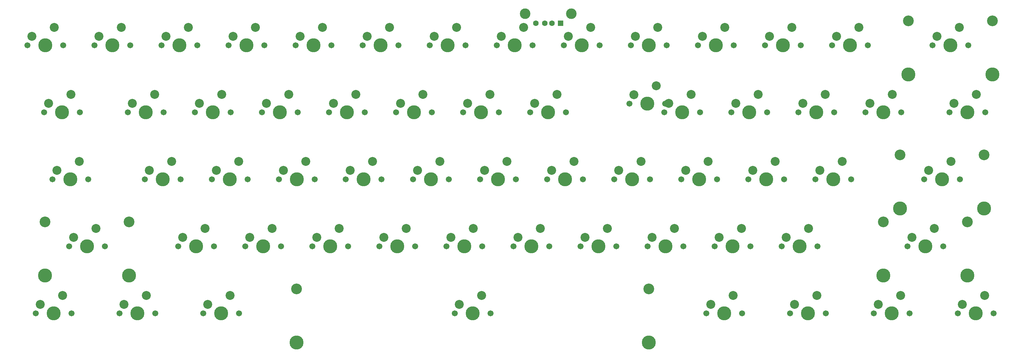
<source format=gts>
G04 #@! TF.GenerationSoftware,KiCad,Pcbnew,(6.0.6)*
G04 #@! TF.CreationDate,2022-07-10T20:54:54+03:00*
G04 #@! TF.ProjectId,Keyboard-60,4b657962-6f61-4726-942d-3630252e6b69,rev?*
G04 #@! TF.SameCoordinates,Original*
G04 #@! TF.FileFunction,Soldermask,Top*
G04 #@! TF.FilePolarity,Negative*
%FSLAX46Y46*%
G04 Gerber Fmt 4.6, Leading zero omitted, Abs format (unit mm)*
G04 Created by KiCad (PCBNEW (6.0.6)) date 2022-07-10 20:54:54*
%MOMM*%
%LPD*%
G01*
G04 APERTURE LIST*
%ADD10R,1.600000X1.500000*%
%ADD11C,1.600000*%
%ADD12C,3.000000*%
%ADD13C,2.540000*%
%ADD14C,3.987800*%
%ADD15C,1.701800*%
%ADD16C,3.048000*%
G04 APERTURE END LIST*
D10*
X199238750Y-64002250D03*
D11*
X196738750Y-64002250D03*
X194738750Y-64002250D03*
X192238750Y-64002250D03*
D12*
X189168750Y-61292250D03*
X202308750Y-61292250D03*
D13*
X149034500Y-124872750D03*
X155384500Y-122332750D03*
D14*
X152844500Y-127412750D03*
D15*
X157924500Y-127412750D03*
X147764500Y-127412750D03*
D13*
X313340750Y-143922750D03*
X319690750Y-141382750D03*
D15*
X322230750Y-146462750D03*
D14*
X317150750Y-146462750D03*
D15*
X312070750Y-146462750D03*
D13*
X215709500Y-105822750D03*
X222059500Y-103282750D03*
D15*
X214439500Y-108362750D03*
D14*
X219519500Y-108362750D03*
D15*
X224599500Y-108362750D03*
D13*
X201422000Y-67722750D03*
X207772000Y-65182750D03*
D15*
X210312000Y-70262750D03*
D14*
X205232000Y-70262750D03*
D15*
X200152000Y-70262750D03*
D13*
X91884500Y-124872750D03*
X98234500Y-122332750D03*
D14*
X95694500Y-127412750D03*
D15*
X90614500Y-127412750D03*
X100774500Y-127412750D03*
D13*
X239522000Y-67722750D03*
X245872000Y-65182750D03*
D14*
X243332000Y-70262750D03*
D15*
X248412000Y-70262750D03*
X238252000Y-70262750D03*
D13*
X172847000Y-86741000D03*
X179197000Y-84201000D03*
D15*
X181737000Y-89281000D03*
X171577000Y-89281000D03*
D14*
X176657000Y-89281000D03*
D13*
X234759500Y-105822750D03*
X241109500Y-103282750D03*
D15*
X233489500Y-108362750D03*
X243649500Y-108362750D03*
D14*
X238569500Y-108362750D03*
D13*
X82359500Y-105822750D03*
X88709500Y-103282750D03*
D14*
X86169500Y-108362750D03*
D15*
X81089500Y-108362750D03*
X91249500Y-108362750D03*
D13*
X134747000Y-86772750D03*
X141097000Y-84232750D03*
D14*
X138557000Y-89312750D03*
D15*
X133477000Y-89312750D03*
X143637000Y-89312750D03*
D13*
X144272000Y-67722750D03*
X150622000Y-65182750D03*
D15*
X153162000Y-70262750D03*
X143002000Y-70262750D03*
D14*
X148082000Y-70262750D03*
D13*
X220472000Y-67722750D03*
X226822000Y-65182750D03*
D15*
X219202000Y-70262750D03*
X229362000Y-70262750D03*
D14*
X224282000Y-70262750D03*
D13*
X299053250Y-124872750D03*
X305403250Y-122332750D03*
D14*
X302863250Y-127412750D03*
X290925250Y-135667750D03*
D15*
X297783250Y-127412750D03*
D16*
X314801250Y-120427750D03*
D15*
X307943250Y-127412750D03*
D16*
X290925250Y-120427750D03*
D14*
X314801250Y-135667750D03*
D13*
X191897000Y-86772750D03*
X198247000Y-84232750D03*
D15*
X190627000Y-89312750D03*
D14*
X195707000Y-89312750D03*
D15*
X200787000Y-89312750D03*
D13*
X129984500Y-124872750D03*
X136334500Y-122332750D03*
D15*
X128714500Y-127412750D03*
D14*
X133794500Y-127412750D03*
D15*
X138874500Y-127412750D03*
D13*
X310959500Y-86772750D03*
X317309500Y-84232750D03*
D15*
X309689500Y-89312750D03*
X319849500Y-89312750D03*
D14*
X314769500Y-89312750D03*
D13*
X106172000Y-67722750D03*
X112522000Y-65182750D03*
D15*
X115062000Y-70262750D03*
D14*
X109982000Y-70262750D03*
D15*
X104902000Y-70262750D03*
D13*
X51403250Y-143922750D03*
X57753250Y-141382750D03*
D15*
X60293250Y-146462750D03*
D14*
X55213250Y-146462750D03*
D15*
X50133250Y-146462750D03*
D13*
X120459500Y-105822750D03*
X126809500Y-103282750D03*
D14*
X124269500Y-108362750D03*
D15*
X119189500Y-108362750D03*
X129349500Y-108362750D03*
D13*
X68072000Y-67722750D03*
X74422000Y-65182750D03*
D15*
X76962000Y-70262750D03*
X66802000Y-70262750D03*
D14*
X71882000Y-70262750D03*
D13*
X241903250Y-143922750D03*
X248253250Y-141382750D03*
D15*
X250793250Y-146462750D03*
X240633250Y-146462750D03*
D14*
X245713250Y-146462750D03*
D15*
X218820000Y-86850000D03*
D14*
X223900000Y-86850000D03*
D15*
X228980000Y-86850000D03*
D13*
X226440000Y-81770000D03*
X220090000Y-84310000D03*
X287147000Y-86772750D03*
X293497000Y-84232750D03*
D15*
X285877000Y-89312750D03*
X296037000Y-89312750D03*
D14*
X290957000Y-89312750D03*
D13*
X125222000Y-67722750D03*
X131572000Y-65182750D03*
D15*
X134112000Y-70262750D03*
X123952000Y-70262750D03*
D14*
X129032000Y-70262750D03*
D13*
X244284500Y-124872750D03*
X250634500Y-122332750D03*
D15*
X243014500Y-127412750D03*
D14*
X248094500Y-127412750D03*
D15*
X253174500Y-127412750D03*
X152527000Y-89312750D03*
D14*
X157607000Y-89312750D03*
D15*
X162687000Y-89312750D03*
D13*
X160147000Y-84232750D03*
X153797000Y-86772750D03*
X289528250Y-143922750D03*
X295878250Y-141382750D03*
D15*
X288258250Y-146462750D03*
D14*
X293338250Y-146462750D03*
D15*
X298418250Y-146462750D03*
D13*
X53784500Y-86772750D03*
X60134500Y-84232750D03*
D14*
X57594500Y-89312750D03*
D15*
X62674500Y-89312750D03*
X52514500Y-89312750D03*
D13*
X75215750Y-143922750D03*
X81565750Y-141382750D03*
D15*
X84105750Y-146462750D03*
X73945750Y-146462750D03*
D14*
X79025750Y-146462750D03*
X162369500Y-108362750D03*
D15*
X167449500Y-108362750D03*
X157289500Y-108362750D03*
D13*
X164909500Y-103282750D03*
X158559500Y-105822750D03*
X277622000Y-67722750D03*
X283972000Y-65182750D03*
D15*
X286512000Y-70262750D03*
D14*
X281432000Y-70262750D03*
D15*
X276352000Y-70262750D03*
D13*
X87122000Y-67722750D03*
X93472000Y-65182750D03*
D15*
X85852000Y-70262750D03*
X96012000Y-70262750D03*
D14*
X90932000Y-70262750D03*
D13*
X306197000Y-67722750D03*
X312547000Y-65182750D03*
D14*
X298069000Y-78517750D03*
X310007000Y-70262750D03*
D16*
X321945000Y-63277750D03*
D14*
X321945000Y-78517750D03*
D15*
X304927000Y-70262750D03*
X315087000Y-70262750D03*
D16*
X298069000Y-63277750D03*
D13*
X265715750Y-143922750D03*
X272065750Y-141382750D03*
D15*
X274605750Y-146462750D03*
X264445750Y-146462750D03*
D14*
X269525750Y-146462750D03*
D13*
X187134500Y-124872750D03*
X193484500Y-122332750D03*
D15*
X196024500Y-127412750D03*
D14*
X190944500Y-127412750D03*
D15*
X185864500Y-127412750D03*
D13*
X206184500Y-124872750D03*
X212534500Y-122332750D03*
D15*
X204914500Y-127412750D03*
X215074500Y-127412750D03*
D14*
X209994500Y-127412750D03*
D13*
X170465750Y-143922750D03*
X176815750Y-141382750D03*
D14*
X124237750Y-154717750D03*
D16*
X124237750Y-139477750D03*
D15*
X179355750Y-146462750D03*
D14*
X224313750Y-154717750D03*
D16*
X224313750Y-139477750D03*
D14*
X174275750Y-146462750D03*
D15*
X169195750Y-146462750D03*
D13*
X263334500Y-124872750D03*
X269684500Y-122332750D03*
D14*
X267144500Y-127412750D03*
D15*
X272224500Y-127412750D03*
X262064500Y-127412750D03*
D13*
X253809500Y-105822750D03*
X260159500Y-103282750D03*
D14*
X257619500Y-108362750D03*
D15*
X262699500Y-108362750D03*
X252539500Y-108362750D03*
D13*
X163322000Y-67722750D03*
X169672000Y-65182750D03*
D14*
X167132000Y-70262750D03*
D15*
X162052000Y-70262750D03*
X172212000Y-70262750D03*
D13*
X56165750Y-105822750D03*
X62515750Y-103282750D03*
D15*
X65055750Y-108362750D03*
X54895750Y-108362750D03*
D14*
X59975750Y-108362750D03*
D13*
X101409500Y-105822750D03*
X107759500Y-103282750D03*
D14*
X105219500Y-108362750D03*
D15*
X100139500Y-108362750D03*
X110299500Y-108362750D03*
D13*
X249047000Y-86772750D03*
X255397000Y-84232750D03*
D15*
X257937000Y-89312750D03*
D14*
X252857000Y-89312750D03*
D15*
X247777000Y-89312750D03*
D13*
X168084500Y-124872750D03*
X174434500Y-122332750D03*
D14*
X171894500Y-127412750D03*
D15*
X166814500Y-127412750D03*
X176974500Y-127412750D03*
D13*
X99028250Y-143922750D03*
X105378250Y-141382750D03*
D14*
X102838250Y-146462750D03*
D15*
X97758250Y-146462750D03*
X107918250Y-146462750D03*
D13*
X110934500Y-124872750D03*
X117284500Y-122332750D03*
D14*
X114744500Y-127412750D03*
D15*
X109664500Y-127412750D03*
X119824500Y-127412750D03*
D13*
X77597000Y-86772750D03*
X83947000Y-84232750D03*
D14*
X81407000Y-89312750D03*
D15*
X86487000Y-89312750D03*
X76327000Y-89312750D03*
D13*
X229997000Y-86772750D03*
X236347000Y-84232750D03*
D14*
X233807000Y-89312750D03*
D15*
X238887000Y-89312750D03*
X228727000Y-89312750D03*
D13*
X60928250Y-124872750D03*
X67278250Y-122332750D03*
D16*
X76676250Y-120427750D03*
D15*
X59658250Y-127412750D03*
D14*
X76676250Y-135667750D03*
D15*
X69818250Y-127412750D03*
D14*
X52800250Y-135667750D03*
D16*
X52800250Y-120427750D03*
D14*
X64738250Y-127412750D03*
D13*
X49022000Y-67722750D03*
X55372000Y-65182750D03*
D14*
X52832000Y-70262750D03*
D15*
X47752000Y-70262750D03*
X57912000Y-70262750D03*
D13*
X115697000Y-86772750D03*
X122047000Y-84232750D03*
D15*
X124587000Y-89312750D03*
X114427000Y-89312750D03*
D14*
X119507000Y-89312750D03*
D13*
X196659500Y-105822750D03*
X203009500Y-103282750D03*
D15*
X195389500Y-108362750D03*
X205549500Y-108362750D03*
D14*
X200469500Y-108362750D03*
D13*
X177609500Y-105822750D03*
X183959500Y-103282750D03*
D15*
X176339500Y-108362750D03*
D14*
X181419500Y-108362750D03*
D15*
X186499500Y-108362750D03*
D13*
X258572000Y-67722750D03*
X264922000Y-65182750D03*
D15*
X267462000Y-70262750D03*
D14*
X262382000Y-70262750D03*
D15*
X257302000Y-70262750D03*
D13*
X272859500Y-105822750D03*
X279209500Y-103282750D03*
D15*
X281749500Y-108362750D03*
D14*
X276669500Y-108362750D03*
D15*
X271589500Y-108362750D03*
D13*
X303815750Y-105822750D03*
X310165750Y-103282750D03*
D14*
X319563750Y-116617750D03*
D15*
X312705750Y-108362750D03*
D16*
X295687750Y-101377750D03*
X319563750Y-101377750D03*
D14*
X295687750Y-116617750D03*
X307625750Y-108362750D03*
D15*
X302545750Y-108362750D03*
D13*
X268097000Y-86772750D03*
X274447000Y-84232750D03*
D14*
X271907000Y-89312750D03*
D15*
X266827000Y-89312750D03*
X276987000Y-89312750D03*
D13*
X225234500Y-124872750D03*
X231584500Y-122332750D03*
D15*
X234124500Y-127412750D03*
D14*
X229044500Y-127412750D03*
D15*
X223964500Y-127412750D03*
D13*
X182372000Y-67722750D03*
X188722000Y-65182750D03*
D15*
X191262000Y-70262750D03*
X181102000Y-70262750D03*
D14*
X186182000Y-70262750D03*
D13*
X139490000Y-105760000D03*
X145840000Y-103220000D03*
D14*
X143300000Y-108300000D03*
D15*
X138220000Y-108300000D03*
X148380000Y-108300000D03*
D13*
X96647000Y-86772750D03*
X102997000Y-84232750D03*
D15*
X95377000Y-89312750D03*
X105537000Y-89312750D03*
D14*
X100457000Y-89312750D03*
M02*

</source>
